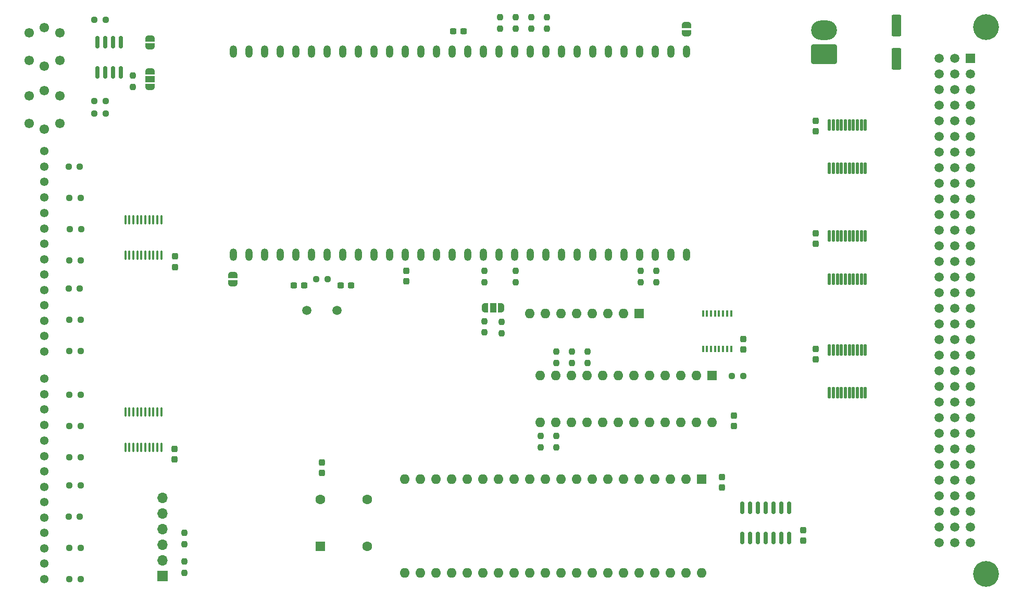
<source format=gts>
%TF.GenerationSoftware,KiCad,Pcbnew,7.0.1*%
%TF.CreationDate,2023-08-20T11:19:01+01:00*%
%TF.ProjectId,J11HackPlus_V2,4a313148-6163-46b5-906c-75735f56322e,rev?*%
%TF.SameCoordinates,Original*%
%TF.FileFunction,Soldermask,Top*%
%TF.FilePolarity,Negative*%
%FSLAX46Y46*%
G04 Gerber Fmt 4.6, Leading zero omitted, Abs format (unit mm)*
G04 Created by KiCad (PCBNEW 7.0.1) date 2023-08-20 11:19:01*
%MOMM*%
%LPD*%
G01*
G04 APERTURE LIST*
G04 Aperture macros list*
%AMRoundRect*
0 Rectangle with rounded corners*
0 $1 Rounding radius*
0 $2 $3 $4 $5 $6 $7 $8 $9 X,Y pos of 4 corners*
0 Add a 4 corners polygon primitive as box body*
4,1,4,$2,$3,$4,$5,$6,$7,$8,$9,$2,$3,0*
0 Add four circle primitives for the rounded corners*
1,1,$1+$1,$2,$3*
1,1,$1+$1,$4,$5*
1,1,$1+$1,$6,$7*
1,1,$1+$1,$8,$9*
0 Add four rect primitives between the rounded corners*
20,1,$1+$1,$2,$3,$4,$5,0*
20,1,$1+$1,$4,$5,$6,$7,0*
20,1,$1+$1,$6,$7,$8,$9,0*
20,1,$1+$1,$8,$9,$2,$3,0*%
%AMFreePoly0*
4,1,19,0.500000,-0.750000,0.000000,-0.750000,0.000000,-0.744911,-0.071157,-0.744911,-0.207708,-0.704816,-0.327430,-0.627875,-0.420627,-0.520320,-0.479746,-0.390866,-0.500000,-0.250000,-0.500000,0.250000,-0.479746,0.390866,-0.420627,0.520320,-0.327430,0.627875,-0.207708,0.704816,-0.071157,0.744911,0.000000,0.744911,0.000000,0.750000,0.500000,0.750000,0.500000,-0.750000,0.500000,-0.750000,
$1*%
%AMFreePoly1*
4,1,19,0.000000,0.744911,0.071157,0.744911,0.207708,0.704816,0.327430,0.627875,0.420627,0.520320,0.479746,0.390866,0.500000,0.250000,0.500000,-0.250000,0.479746,-0.390866,0.420627,-0.520320,0.327430,-0.627875,0.207708,-0.704816,0.071157,-0.744911,0.000000,-0.744911,0.000000,-0.750000,-0.500000,-0.750000,-0.500000,0.750000,0.000000,0.750000,0.000000,0.744911,0.000000,0.744911,
$1*%
%AMFreePoly2*
4,1,19,0.550000,-0.750000,0.000000,-0.750000,0.000000,-0.744911,-0.071157,-0.744911,-0.207708,-0.704816,-0.327430,-0.627875,-0.420627,-0.520320,-0.479746,-0.390866,-0.500000,-0.250000,-0.500000,0.250000,-0.479746,0.390866,-0.420627,0.520320,-0.327430,0.627875,-0.207708,0.704816,-0.071157,0.744911,0.000000,0.744911,0.000000,0.750000,0.550000,0.750000,0.550000,-0.750000,0.550000,-0.750000,
$1*%
%AMFreePoly3*
4,1,19,0.000000,0.744911,0.071157,0.744911,0.207708,0.704816,0.327430,0.627875,0.420627,0.520320,0.479746,0.390866,0.500000,0.250000,0.500000,-0.250000,0.479746,-0.390866,0.420627,-0.520320,0.327430,-0.627875,0.207708,-0.704816,0.071157,-0.744911,0.000000,-0.744911,0.000000,-0.750000,-0.550000,-0.750000,-0.550000,0.750000,0.000000,0.750000,0.000000,0.744911,0.000000,0.744911,
$1*%
G04 Aperture macros list end*
%ADD10RoundRect,0.237500X-0.250000X-0.237500X0.250000X-0.237500X0.250000X0.237500X-0.250000X0.237500X0*%
%ADD11RoundRect,0.237500X-0.237500X0.300000X-0.237500X-0.300000X0.237500X-0.300000X0.237500X0.300000X0*%
%ADD12RoundRect,0.237500X0.237500X-0.250000X0.237500X0.250000X-0.237500X0.250000X-0.237500X-0.250000X0*%
%ADD13RoundRect,0.237500X-0.237500X0.250000X-0.237500X-0.250000X0.237500X-0.250000X0.237500X0.250000X0*%
%ADD14RoundRect,0.100000X-0.100000X0.637500X-0.100000X-0.637500X0.100000X-0.637500X0.100000X0.637500X0*%
%ADD15RoundRect,0.237500X0.250000X0.237500X-0.250000X0.237500X-0.250000X-0.237500X0.250000X-0.237500X0*%
%ADD16C,1.381000*%
%ADD17RoundRect,0.237500X0.300000X0.237500X-0.300000X0.237500X-0.300000X-0.237500X0.300000X-0.237500X0*%
%ADD18RoundRect,0.125000X0.125000X-0.825000X0.125000X0.825000X-0.125000X0.825000X-0.125000X-0.825000X0*%
%ADD19FreePoly0,270.000000*%
%ADD20FreePoly1,270.000000*%
%ADD21RoundRect,0.237500X0.237500X-0.300000X0.237500X0.300000X-0.237500X0.300000X-0.237500X-0.300000X0*%
%ADD22R,1.600000X1.600000*%
%ADD23C,1.600000*%
%ADD24RoundRect,0.150000X-0.150000X0.825000X-0.150000X-0.825000X0.150000X-0.825000X0.150000X0.825000X0*%
%ADD25R,1.700000X1.700000*%
%ADD26O,1.700000X1.700000*%
%ADD27R,0.400000X1.000000*%
%ADD28FreePoly2,0.000000*%
%ADD29R,1.000000X1.500000*%
%ADD30FreePoly3,0.000000*%
%ADD31O,1.200000X2.000000*%
%ADD32C,1.550000*%
%ADD33O,1.600000X1.600000*%
%ADD34FreePoly2,90.000000*%
%ADD35R,1.500000X1.000000*%
%ADD36FreePoly3,90.000000*%
%ADD37FreePoly0,90.000000*%
%ADD38FreePoly1,90.000000*%
%ADD39R,1.500000X1.500000*%
%ADD40C,1.500000*%
%ADD41C,4.200000*%
%ADD42RoundRect,0.250000X1.850000X-1.330000X1.850000X1.330000X-1.850000X1.330000X-1.850000X-1.330000X0*%
%ADD43O,4.200000X3.160000*%
%ADD44RoundRect,0.250000X0.550000X-1.500000X0.550000X1.500000X-0.550000X1.500000X-0.550000X-1.500000X0*%
G04 APERTURE END LIST*
D10*
X58523500Y-130048000D03*
X60348500Y-130048000D03*
X58523500Y-120396000D03*
X60348500Y-120396000D03*
D11*
X168079000Y-106233500D03*
X168079000Y-107958500D03*
D12*
X77216000Y-144272000D03*
X77216000Y-142447000D03*
D13*
X68857317Y-63460078D03*
X68857317Y-65285078D03*
D11*
X177800000Y-137313500D03*
X177800000Y-139038500D03*
D14*
X73496000Y-118137500D03*
X72846000Y-118137500D03*
X72196000Y-118137500D03*
X71546000Y-118137500D03*
X70896000Y-118137500D03*
X70246000Y-118137500D03*
X69596000Y-118137500D03*
X68946000Y-118137500D03*
X68296000Y-118137500D03*
X67646000Y-118137500D03*
X67646000Y-123862500D03*
X68296000Y-123862500D03*
X68946000Y-123862500D03*
X69596000Y-123862500D03*
X70246000Y-123862500D03*
X70896000Y-123862500D03*
X71546000Y-123862500D03*
X72196000Y-123862500D03*
X72846000Y-123862500D03*
X73496000Y-123862500D03*
D15*
X64412500Y-54356000D03*
X62587500Y-54356000D03*
D16*
X54450000Y-103270000D03*
X54450000Y-100730000D03*
D17*
X104341000Y-97536000D03*
X102616000Y-97536000D03*
D18*
X182075000Y-78500000D03*
X182725000Y-78500000D03*
X183375000Y-78500000D03*
X184025000Y-78500000D03*
X184675000Y-78500000D03*
X185325000Y-78500000D03*
X185975000Y-78500000D03*
X186625000Y-78500000D03*
X187275000Y-78500000D03*
X187925000Y-78500000D03*
X187925000Y-71500000D03*
X187275000Y-71500000D03*
X186625000Y-71500000D03*
X185975000Y-71500000D03*
X185325000Y-71500000D03*
X184675000Y-71500000D03*
X184025000Y-71500000D03*
X183375000Y-71500000D03*
X182725000Y-71500000D03*
X182075000Y-71500000D03*
D12*
X135128000Y-123848500D03*
X135128000Y-122023500D03*
D10*
X58523500Y-83312000D03*
X60348500Y-83312000D03*
D16*
X54450000Y-78270000D03*
X54450000Y-75730000D03*
D12*
X131064000Y-97028000D03*
X131064000Y-95203000D03*
D18*
X182075000Y-96500000D03*
X182725000Y-96500000D03*
X183375000Y-96500000D03*
X184025000Y-96500000D03*
X184675000Y-96500000D03*
X185325000Y-96500000D03*
X185975000Y-96500000D03*
X186625000Y-96500000D03*
X187275000Y-96500000D03*
X187925000Y-96500000D03*
X187925000Y-89500000D03*
X187275000Y-89500000D03*
X186625000Y-89500000D03*
X185975000Y-89500000D03*
X185325000Y-89500000D03*
X184675000Y-89500000D03*
X184025000Y-89500000D03*
X183375000Y-89500000D03*
X182725000Y-89500000D03*
X182075000Y-89500000D03*
D19*
X85090000Y-95885000D03*
D20*
X85090000Y-97185000D03*
D10*
X58523500Y-145288000D03*
X60348500Y-145288000D03*
X58420000Y-78232000D03*
X60245000Y-78232000D03*
D16*
X54450000Y-98270000D03*
X54450000Y-95730000D03*
D21*
X179832000Y-72490500D03*
X179832000Y-70765500D03*
D22*
X99314000Y-139954000D03*
D23*
X106934000Y-139954000D03*
X106934000Y-132334000D03*
X99314000Y-132334000D03*
D16*
X54450000Y-140270000D03*
X54450000Y-137730000D03*
X54450000Y-145270000D03*
X54450000Y-142730000D03*
D24*
X66929000Y-57977000D03*
X65659000Y-57977000D03*
X64389000Y-57977000D03*
X63119000Y-57977000D03*
X63119000Y-62927000D03*
X64389000Y-62927000D03*
X65659000Y-62927000D03*
X66929000Y-62927000D03*
D25*
X73660000Y-144780000D03*
D26*
X73660000Y-142240000D03*
X73660000Y-139700000D03*
X73660000Y-137160000D03*
X73660000Y-134620000D03*
X73660000Y-132080000D03*
D27*
X166094000Y-102108000D03*
X165444000Y-102108000D03*
X164794000Y-102108000D03*
X164144000Y-102108000D03*
X163494000Y-102108000D03*
X162844000Y-102108000D03*
X162194000Y-102108000D03*
X161544000Y-102108000D03*
X161544000Y-107908000D03*
X162194000Y-107908000D03*
X162844000Y-107908000D03*
X163494000Y-107908000D03*
X164144000Y-107908000D03*
X164794000Y-107908000D03*
X165444000Y-107908000D03*
X166094000Y-107908000D03*
D17*
X122655500Y-56261000D03*
X120930500Y-56261000D03*
D15*
X168044500Y-112268000D03*
X166219500Y-112268000D03*
D28*
X126116000Y-101217000D03*
D29*
X127416000Y-101217000D03*
D30*
X128716000Y-101217000D03*
D16*
X54450000Y-83270000D03*
X54450000Y-80730000D03*
D11*
X166520500Y-118671000D03*
X166520500Y-120396000D03*
D31*
X158830000Y-59490000D03*
X156290000Y-59490000D03*
X153750000Y-59490000D03*
X151210000Y-59490000D03*
X148670000Y-59490000D03*
X146130000Y-59490000D03*
X143590000Y-59490000D03*
X141050000Y-59490000D03*
X138510000Y-59490000D03*
X135970000Y-59490000D03*
X133430000Y-59490000D03*
X130890000Y-59490000D03*
X128350000Y-59490000D03*
X125810000Y-59490000D03*
X123270000Y-59490000D03*
X120730000Y-59490000D03*
X118190000Y-59490000D03*
X115650000Y-59490000D03*
X113110000Y-59490000D03*
X110570000Y-59490000D03*
X108030000Y-59490000D03*
X105490000Y-59490000D03*
X102950000Y-59490000D03*
X100410000Y-59490000D03*
X97870000Y-59490000D03*
X95330000Y-59490000D03*
X92790000Y-59490000D03*
X90250000Y-59490000D03*
X87710000Y-59490000D03*
X85170000Y-59490000D03*
X85170000Y-92510000D03*
X87710000Y-92510000D03*
X90250000Y-92510000D03*
X92790000Y-92510000D03*
X95330000Y-92510000D03*
X97870000Y-92510000D03*
X100410000Y-92510000D03*
X102950000Y-92510000D03*
X105490000Y-92510000D03*
X108030000Y-92510000D03*
X110570000Y-92510000D03*
X113110000Y-92510000D03*
X115650000Y-92510000D03*
X118190000Y-92510000D03*
X120730000Y-92510000D03*
X123270000Y-92510000D03*
X125810000Y-92510000D03*
X128350000Y-92510000D03*
X130890000Y-92510000D03*
X133430000Y-92510000D03*
X135970000Y-92510000D03*
X138510000Y-92510000D03*
X141050000Y-92510000D03*
X143590000Y-92510000D03*
X146130000Y-92510000D03*
X148670000Y-92510000D03*
X151210000Y-92510000D03*
X153750000Y-92510000D03*
X156290000Y-92510000D03*
X158830000Y-92510000D03*
D32*
X52000000Y-66750000D03*
X57000000Y-66750000D03*
X52000000Y-71250000D03*
X57000000Y-71250000D03*
X54500000Y-65850000D03*
X54500000Y-72150000D03*
D22*
X161285000Y-129027000D03*
D33*
X158745000Y-129027000D03*
X156205000Y-129027000D03*
X153665000Y-129027000D03*
X151125000Y-129027000D03*
X148585000Y-129027000D03*
X146045000Y-129027000D03*
X143505000Y-129027000D03*
X140965000Y-129027000D03*
X138425000Y-129027000D03*
X135885000Y-129027000D03*
X133345000Y-129027000D03*
X130805000Y-129027000D03*
X128265000Y-129027000D03*
X125725000Y-129027000D03*
X123185000Y-129027000D03*
X120645000Y-129027000D03*
X118105000Y-129027000D03*
X115565000Y-129027000D03*
X113025000Y-129027000D03*
X113025000Y-144267000D03*
X115565000Y-144267000D03*
X118105000Y-144267000D03*
X120645000Y-144267000D03*
X123185000Y-144267000D03*
X125725000Y-144267000D03*
X128265000Y-144267000D03*
X130805000Y-144267000D03*
X133345000Y-144267000D03*
X135885000Y-144267000D03*
X138425000Y-144267000D03*
X140965000Y-144267000D03*
X143505000Y-144267000D03*
X146045000Y-144267000D03*
X148585000Y-144267000D03*
X151125000Y-144267000D03*
X153665000Y-144267000D03*
X156205000Y-144267000D03*
X158745000Y-144267000D03*
X161285000Y-144267000D03*
D10*
X58523500Y-93472000D03*
X60348500Y-93472000D03*
D16*
X54450000Y-88270000D03*
X54450000Y-85730000D03*
D17*
X96721000Y-97536000D03*
X94996000Y-97536000D03*
D32*
X52000000Y-56500000D03*
X57000000Y-56500000D03*
X52000000Y-61000000D03*
X57000000Y-61000000D03*
X54500000Y-55600000D03*
X54500000Y-61900000D03*
D10*
X58523500Y-140208000D03*
X60348500Y-140208000D03*
X58523500Y-108204000D03*
X60348500Y-108204000D03*
D34*
X71628000Y-65308000D03*
D35*
X71628000Y-64008000D03*
D36*
X71628000Y-62708000D03*
D13*
X136144000Y-53951500D03*
X136144000Y-55776500D03*
D16*
X54450000Y-120270000D03*
X54450000Y-117730000D03*
D21*
X179832000Y-90778500D03*
X179832000Y-89053500D03*
D10*
X58420000Y-135128000D03*
X60245000Y-135128000D03*
D12*
X153924000Y-97028000D03*
X153924000Y-95203000D03*
D16*
X54450000Y-135270000D03*
X54450000Y-132730000D03*
D37*
X71628000Y-58704000D03*
D38*
X71628000Y-57404000D03*
D21*
X113284000Y-96874500D03*
X113284000Y-95149500D03*
D13*
X133604000Y-53951500D03*
X133604000Y-55776500D03*
D39*
X205000000Y-60600000D03*
D40*
X205000000Y-63140000D03*
X205000000Y-65680000D03*
X205000000Y-68220000D03*
X205000000Y-70760000D03*
X205000000Y-73300000D03*
X205000000Y-75840000D03*
X205000000Y-78380000D03*
X205000000Y-80920000D03*
X205000000Y-83460000D03*
X205000000Y-86000000D03*
X205000000Y-88540000D03*
X205000000Y-91080000D03*
X205000000Y-93620000D03*
X205000000Y-96160000D03*
X205000000Y-98700000D03*
X205000000Y-101240000D03*
X205000000Y-103780000D03*
X205000000Y-106320000D03*
X205000000Y-108860000D03*
X205000000Y-111400000D03*
X205000000Y-113940000D03*
X205000000Y-116480000D03*
X205000000Y-119020000D03*
X205000000Y-121560000D03*
X205000000Y-124100000D03*
X205000000Y-126640000D03*
X205000000Y-129180000D03*
X205000000Y-131720000D03*
X205000000Y-134260000D03*
X205000000Y-136800000D03*
X205000000Y-139340000D03*
X202460000Y-60600000D03*
X202460000Y-63140000D03*
X202460000Y-65680000D03*
X202460000Y-68220000D03*
X202460000Y-70760000D03*
X202460000Y-73300000D03*
X202460000Y-75840000D03*
X202460000Y-78380000D03*
X202460000Y-80920000D03*
X202460000Y-83460000D03*
X202460000Y-86000000D03*
X202460000Y-88540000D03*
X202460000Y-91080000D03*
X202460000Y-93620000D03*
X202460000Y-96160000D03*
X202460000Y-98700000D03*
X202460000Y-101240000D03*
X202460000Y-103780000D03*
X202460000Y-106320000D03*
X202460000Y-108860000D03*
X202460000Y-111400000D03*
X202460000Y-113940000D03*
X202460000Y-116480000D03*
X202460000Y-119020000D03*
X202460000Y-121560000D03*
X202460000Y-124100000D03*
X202460000Y-126640000D03*
X202460000Y-129180000D03*
X202460000Y-131720000D03*
X202460000Y-134260000D03*
X202460000Y-136800000D03*
X202460000Y-139340000D03*
X199920000Y-60600000D03*
X199920000Y-63140000D03*
X199920000Y-65680000D03*
X199920000Y-68220000D03*
X199920000Y-70760000D03*
X199920000Y-73300000D03*
X199920000Y-75840000D03*
X199920000Y-78380000D03*
X199920000Y-80920000D03*
X199920000Y-83460000D03*
X199920000Y-86000000D03*
X199920000Y-88540000D03*
X199920000Y-91080000D03*
X199920000Y-93620000D03*
X199920000Y-96160000D03*
X199920000Y-98700000D03*
X199920000Y-101240000D03*
X199920000Y-103780000D03*
X199920000Y-106320000D03*
X199920000Y-108860000D03*
X199920000Y-111400000D03*
X199920000Y-113940000D03*
X199920000Y-116480000D03*
X199920000Y-119020000D03*
X199920000Y-121560000D03*
X199920000Y-124100000D03*
X199920000Y-126640000D03*
X199920000Y-129180000D03*
X199920000Y-131720000D03*
X199920000Y-134260000D03*
X199920000Y-136800000D03*
X199920000Y-139340000D03*
D41*
X207540000Y-55520000D03*
X207540000Y-144420000D03*
D42*
X181225000Y-59980000D03*
D43*
X181225000Y-56020000D03*
D10*
X58627000Y-88392000D03*
X60452000Y-88392000D03*
D21*
X75643000Y-125830500D03*
X75643000Y-124105500D03*
D12*
X128778000Y-105306500D03*
X128778000Y-103481500D03*
D16*
X54450000Y-93270000D03*
X54450000Y-90730000D03*
D18*
X182075000Y-115000000D03*
X182725000Y-115000000D03*
X183375000Y-115000000D03*
X184025000Y-115000000D03*
X184675000Y-115000000D03*
X185325000Y-115000000D03*
X185975000Y-115000000D03*
X186625000Y-115000000D03*
X187275000Y-115000000D03*
X187925000Y-115000000D03*
X187925000Y-108000000D03*
X187275000Y-108000000D03*
X186625000Y-108000000D03*
X185975000Y-108000000D03*
X185325000Y-108000000D03*
X184675000Y-108000000D03*
X184025000Y-108000000D03*
X183375000Y-108000000D03*
X182725000Y-108000000D03*
X182075000Y-108000000D03*
D16*
X54450000Y-130270000D03*
X54450000Y-127730000D03*
D10*
X58523500Y-103124000D03*
X60348500Y-103124000D03*
D15*
X64412500Y-67564000D03*
X62587500Y-67564000D03*
D10*
X58523500Y-125476000D03*
X60348500Y-125476000D03*
D40*
X97118000Y-101600000D03*
X102018000Y-101600000D03*
D13*
X77216000Y-137771500D03*
X77216000Y-139596500D03*
D14*
X73496000Y-86868000D03*
X72846000Y-86868000D03*
X72196000Y-86868000D03*
X71546000Y-86868000D03*
X70896000Y-86868000D03*
X70246000Y-86868000D03*
X69596000Y-86868000D03*
X68946000Y-86868000D03*
X68296000Y-86868000D03*
X67646000Y-86868000D03*
X67646000Y-92593000D03*
X68296000Y-92593000D03*
X68946000Y-92593000D03*
X69596000Y-92593000D03*
X70246000Y-92593000D03*
X70896000Y-92593000D03*
X71546000Y-92593000D03*
X72196000Y-92593000D03*
X72846000Y-92593000D03*
X73496000Y-92593000D03*
D16*
X54450000Y-115270000D03*
X54450000Y-112730000D03*
D19*
X158877000Y-55230000D03*
D20*
X158877000Y-56530000D03*
D13*
X128554000Y-53951500D03*
X128554000Y-55776500D03*
D10*
X58420000Y-98044000D03*
X60245000Y-98044000D03*
D16*
X54450000Y-108270000D03*
X54450000Y-105730000D03*
D22*
X162975000Y-112200000D03*
D33*
X160435000Y-112200000D03*
X157895000Y-112200000D03*
X155355000Y-112200000D03*
X152815000Y-112200000D03*
X150275000Y-112200000D03*
X147735000Y-112200000D03*
X145195000Y-112200000D03*
X142655000Y-112200000D03*
X140115000Y-112200000D03*
X137575000Y-112200000D03*
X135035000Y-112200000D03*
X135035000Y-119820000D03*
X137575000Y-119820000D03*
X140115000Y-119820000D03*
X142655000Y-119820000D03*
X145195000Y-119820000D03*
X147735000Y-119820000D03*
X150275000Y-119820000D03*
X152815000Y-119820000D03*
X155355000Y-119820000D03*
X157895000Y-119820000D03*
X160435000Y-119820000D03*
X162975000Y-119820000D03*
D13*
X140208000Y-108307500D03*
X140208000Y-110132500D03*
D21*
X164592000Y-130402500D03*
X164592000Y-128677500D03*
X179832000Y-109574500D03*
X179832000Y-107849500D03*
D13*
X131064000Y-53951500D03*
X131064000Y-55776500D03*
X125984000Y-103354500D03*
X125984000Y-105179500D03*
D10*
X62587500Y-69596000D03*
X64412500Y-69596000D03*
D12*
X137668000Y-123848500D03*
X137668000Y-122023500D03*
D11*
X99568000Y-126291000D03*
X99568000Y-128016000D03*
D12*
X151384000Y-97028000D03*
X151384000Y-95203000D03*
D10*
X58523500Y-115316000D03*
X60348500Y-115316000D03*
D13*
X137668000Y-108307500D03*
X137668000Y-110132500D03*
D16*
X54450000Y-125270000D03*
X54450000Y-122730000D03*
D22*
X151140000Y-102108000D03*
D33*
X148600000Y-102108000D03*
X146060000Y-102108000D03*
X143520000Y-102108000D03*
X140980000Y-102108000D03*
X138440000Y-102108000D03*
X135900000Y-102108000D03*
X133360000Y-102108000D03*
D15*
X100480500Y-96520000D03*
X98655500Y-96520000D03*
D12*
X125984000Y-97028000D03*
X125984000Y-95203000D03*
D21*
X75692000Y-94557000D03*
X75692000Y-92832000D03*
D13*
X142748000Y-108307500D03*
X142748000Y-110132500D03*
D44*
X193000000Y-60700000D03*
X193000000Y-55300000D03*
D24*
X175514000Y-133669000D03*
X174244000Y-133669000D03*
X172974000Y-133669000D03*
X171704000Y-133669000D03*
X170434000Y-133669000D03*
X169164000Y-133669000D03*
X167894000Y-133669000D03*
X167894000Y-138619000D03*
X169164000Y-138619000D03*
X170434000Y-138619000D03*
X171704000Y-138619000D03*
X172974000Y-138619000D03*
X174244000Y-138619000D03*
X175514000Y-138619000D03*
M02*

</source>
